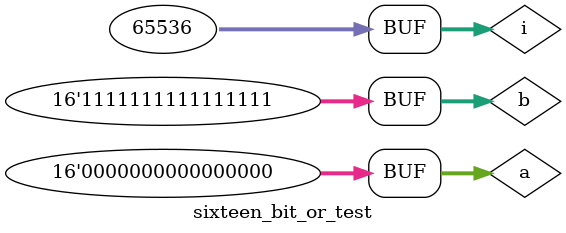
<source format=v>
module sixteen_bit_or_test;
reg [15:0] a, b;
wire [15:0] c;

sixteen_bit_or gate1 (a, b, c);

integer i;
initial begin
	for (i = 0; i < 65536; i = i + 1) 
		begin
			{a, b} = i;
			#20;
		end
	end
endmodule

</source>
